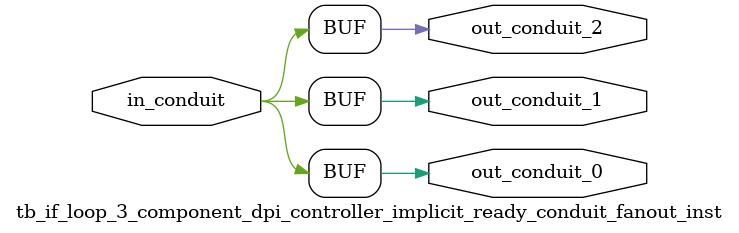
<source format=sv>


 


// --------------------------------------------------------------------------------
//| Avalon Conduit Fan-Out
// --------------------------------------------------------------------------------

// ------------------------------------------
// Generation parameters:
//   output_name:       tb_if_loop_3_component_dpi_controller_implicit_ready_conduit_fanout_inst
//   numFanOut:         3
//   
// ------------------------------------------

module tb_if_loop_3_component_dpi_controller_implicit_ready_conduit_fanout_inst (     

// Interface: out_conduit_0
 output                    out_conduit_0,
// Interface: out_conduit_1
 output                    out_conduit_1,
// Interface: out_conduit_2
 output                    out_conduit_2,

// Interface: in_conduit
 input                   in_conduit

);

   assign  out_conduit_0 = in_conduit;
   assign  out_conduit_1 = in_conduit;
   assign  out_conduit_2 = in_conduit;

endmodule //


</source>
